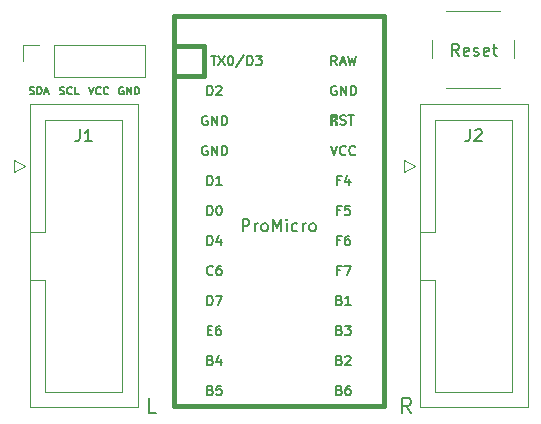
<source format=gbr>
%TF.GenerationSoftware,KiCad,Pcbnew,(5.1.12-1-10_14)*%
%TF.CreationDate,2021-11-30T09:14:07+08:00*%
%TF.ProjectId,Pragmatic,50726167-6d61-4746-9963-2e6b69636164,V0.3*%
%TF.SameCoordinates,Original*%
%TF.FileFunction,Legend,Top*%
%TF.FilePolarity,Positive*%
%FSLAX46Y46*%
G04 Gerber Fmt 4.6, Leading zero omitted, Abs format (unit mm)*
G04 Created by KiCad (PCBNEW (5.1.12-1-10_14)) date 2021-11-30 09:14:07*
%MOMM*%
%LPD*%
G01*
G04 APERTURE LIST*
%ADD10C,0.152400*%
%ADD11C,0.381000*%
%ADD12C,0.150000*%
%ADD13C,0.120000*%
%ADD14C,0.177800*%
%ADD15C,0.203200*%
G04 APERTURE END LIST*
D10*
X126516190Y-51752500D02*
X126455714Y-51722261D01*
X126365000Y-51722261D01*
X126274285Y-51752500D01*
X126213809Y-51812976D01*
X126183571Y-51873452D01*
X126153333Y-51994404D01*
X126153333Y-52085119D01*
X126183571Y-52206071D01*
X126213809Y-52266547D01*
X126274285Y-52327023D01*
X126365000Y-52357261D01*
X126425476Y-52357261D01*
X126516190Y-52327023D01*
X126546428Y-52296785D01*
X126546428Y-52085119D01*
X126425476Y-52085119D01*
X126818571Y-52357261D02*
X126818571Y-51722261D01*
X127181428Y-52357261D01*
X127181428Y-51722261D01*
X127483809Y-52357261D02*
X127483809Y-51722261D01*
X127635000Y-51722261D01*
X127725714Y-51752500D01*
X127786190Y-51812976D01*
X127816428Y-51873452D01*
X127846666Y-51994404D01*
X127846666Y-52085119D01*
X127816428Y-52206071D01*
X127786190Y-52266547D01*
X127725714Y-52327023D01*
X127635000Y-52357261D01*
X127483809Y-52357261D01*
X123613333Y-51722261D02*
X123825000Y-52357261D01*
X124036666Y-51722261D01*
X124611190Y-52296785D02*
X124580952Y-52327023D01*
X124490238Y-52357261D01*
X124429761Y-52357261D01*
X124339047Y-52327023D01*
X124278571Y-52266547D01*
X124248333Y-52206071D01*
X124218095Y-52085119D01*
X124218095Y-51994404D01*
X124248333Y-51873452D01*
X124278571Y-51812976D01*
X124339047Y-51752500D01*
X124429761Y-51722261D01*
X124490238Y-51722261D01*
X124580952Y-51752500D01*
X124611190Y-51782738D01*
X125246190Y-52296785D02*
X125215952Y-52327023D01*
X125125238Y-52357261D01*
X125064761Y-52357261D01*
X124974047Y-52327023D01*
X124913571Y-52266547D01*
X124883333Y-52206071D01*
X124853095Y-52085119D01*
X124853095Y-51994404D01*
X124883333Y-51873452D01*
X124913571Y-51812976D01*
X124974047Y-51752500D01*
X125064761Y-51722261D01*
X125125238Y-51722261D01*
X125215952Y-51752500D01*
X125246190Y-51782738D01*
X121164047Y-52327023D02*
X121254761Y-52357261D01*
X121405952Y-52357261D01*
X121466428Y-52327023D01*
X121496666Y-52296785D01*
X121526904Y-52236309D01*
X121526904Y-52175833D01*
X121496666Y-52115357D01*
X121466428Y-52085119D01*
X121405952Y-52054880D01*
X121285000Y-52024642D01*
X121224523Y-51994404D01*
X121194285Y-51964166D01*
X121164047Y-51903690D01*
X121164047Y-51843214D01*
X121194285Y-51782738D01*
X121224523Y-51752500D01*
X121285000Y-51722261D01*
X121436190Y-51722261D01*
X121526904Y-51752500D01*
X122161904Y-52296785D02*
X122131666Y-52327023D01*
X122040952Y-52357261D01*
X121980476Y-52357261D01*
X121889761Y-52327023D01*
X121829285Y-52266547D01*
X121799047Y-52206071D01*
X121768809Y-52085119D01*
X121768809Y-51994404D01*
X121799047Y-51873452D01*
X121829285Y-51812976D01*
X121889761Y-51752500D01*
X121980476Y-51722261D01*
X122040952Y-51722261D01*
X122131666Y-51752500D01*
X122161904Y-51782738D01*
X122736428Y-52357261D02*
X122434047Y-52357261D01*
X122434047Y-51722261D01*
X118608928Y-52327023D02*
X118699642Y-52357261D01*
X118850833Y-52357261D01*
X118911309Y-52327023D01*
X118941547Y-52296785D01*
X118971785Y-52236309D01*
X118971785Y-52175833D01*
X118941547Y-52115357D01*
X118911309Y-52085119D01*
X118850833Y-52054880D01*
X118729880Y-52024642D01*
X118669404Y-51994404D01*
X118639166Y-51964166D01*
X118608928Y-51903690D01*
X118608928Y-51843214D01*
X118639166Y-51782738D01*
X118669404Y-51752500D01*
X118729880Y-51722261D01*
X118881071Y-51722261D01*
X118971785Y-51752500D01*
X119243928Y-52357261D02*
X119243928Y-51722261D01*
X119395119Y-51722261D01*
X119485833Y-51752500D01*
X119546309Y-51812976D01*
X119576547Y-51873452D01*
X119606785Y-51994404D01*
X119606785Y-52085119D01*
X119576547Y-52206071D01*
X119546309Y-52266547D01*
X119485833Y-52327023D01*
X119395119Y-52357261D01*
X119243928Y-52357261D01*
X119848690Y-52175833D02*
X120151071Y-52175833D01*
X119788214Y-52357261D02*
X119999880Y-51722261D01*
X120211547Y-52357261D01*
D11*
%TO.C,U1*%
X133350000Y-48260000D02*
X130810000Y-48260000D01*
X130810000Y-45720000D02*
X130810000Y-48260000D01*
X148590000Y-45720000D02*
X130810000Y-45720000D01*
X148590000Y-48260000D02*
X148590000Y-45720000D01*
D12*
G36*
X144631568Y-54739360D02*
G01*
X144631568Y-54939360D01*
X144531568Y-54939360D01*
X144531568Y-54739360D01*
X144631568Y-54739360D01*
G37*
X144631568Y-54739360D02*
X144631568Y-54939360D01*
X144531568Y-54939360D01*
X144531568Y-54739360D01*
X144631568Y-54739360D01*
G36*
X144231568Y-54139360D02*
G01*
X144231568Y-54939360D01*
X144131568Y-54939360D01*
X144131568Y-54139360D01*
X144231568Y-54139360D01*
G37*
X144231568Y-54139360D02*
X144231568Y-54939360D01*
X144131568Y-54939360D01*
X144131568Y-54139360D01*
X144231568Y-54139360D01*
G36*
X144631568Y-54139360D02*
G01*
X144631568Y-54239360D01*
X144131568Y-54239360D01*
X144131568Y-54139360D01*
X144631568Y-54139360D01*
G37*
X144631568Y-54139360D02*
X144631568Y-54239360D01*
X144131568Y-54239360D01*
X144131568Y-54139360D01*
X144631568Y-54139360D01*
G36*
X144431568Y-54539360D02*
G01*
X144431568Y-54639360D01*
X144331568Y-54639360D01*
X144331568Y-54539360D01*
X144431568Y-54539360D01*
G37*
X144431568Y-54539360D02*
X144431568Y-54639360D01*
X144331568Y-54639360D01*
X144331568Y-54539360D01*
X144431568Y-54539360D01*
G36*
X144631568Y-54139360D02*
G01*
X144631568Y-54439360D01*
X144531568Y-54439360D01*
X144531568Y-54139360D01*
X144631568Y-54139360D01*
G37*
X144631568Y-54139360D02*
X144631568Y-54439360D01*
X144531568Y-54439360D01*
X144531568Y-54139360D01*
X144631568Y-54139360D01*
D11*
X133350000Y-50800000D02*
X130810000Y-50800000D01*
X133350000Y-48260000D02*
X133350000Y-50800000D01*
X148590000Y-78740000D02*
X148590000Y-48260000D01*
X130810000Y-78740000D02*
X148590000Y-78740000D01*
X130810000Y-48260000D02*
X130810000Y-78740000D01*
D13*
%TO.C,J3*%
X118050000Y-49530000D02*
X118050000Y-48200000D01*
X118050000Y-48200000D02*
X119380000Y-48200000D01*
X120650000Y-48200000D02*
X128330000Y-48200000D01*
X128330000Y-50860000D02*
X128330000Y-48200000D01*
X120650000Y-50860000D02*
X128330000Y-50860000D01*
X120650000Y-50860000D02*
X120650000Y-48200000D01*
%TO.C,SW1*%
X152635000Y-47800000D02*
X152635000Y-49300000D01*
X153885000Y-51800000D02*
X158385000Y-51800000D01*
X159635000Y-49300000D02*
X159635000Y-47800000D01*
X158385000Y-45300000D02*
X153885000Y-45300000D01*
%TO.C,J2*%
X151650000Y-53210000D02*
X160770000Y-53210000D01*
X160770000Y-53210000D02*
X160770000Y-78870000D01*
X160770000Y-78870000D02*
X151650000Y-78870000D01*
X151650000Y-78870000D02*
X151650000Y-53210000D01*
X151650000Y-63990000D02*
X152960000Y-63990000D01*
X152960000Y-63990000D02*
X152960000Y-54510000D01*
X152960000Y-54510000D02*
X159460000Y-54510000D01*
X159460000Y-54510000D02*
X159460000Y-77570000D01*
X159460000Y-77570000D02*
X152960000Y-77570000D01*
X152960000Y-77570000D02*
X152960000Y-68090000D01*
X152960000Y-68090000D02*
X152960000Y-68090000D01*
X152960000Y-68090000D02*
X151650000Y-68090000D01*
X151260000Y-58420000D02*
X150260000Y-57920000D01*
X150260000Y-57920000D02*
X150260000Y-58920000D01*
X150260000Y-58920000D02*
X151260000Y-58420000D01*
%TO.C,J1*%
X118630000Y-53210000D02*
X127750000Y-53210000D01*
X127750000Y-53210000D02*
X127750000Y-78870000D01*
X127750000Y-78870000D02*
X118630000Y-78870000D01*
X118630000Y-78870000D02*
X118630000Y-53210000D01*
X118630000Y-63990000D02*
X119940000Y-63990000D01*
X119940000Y-63990000D02*
X119940000Y-54510000D01*
X119940000Y-54510000D02*
X126440000Y-54510000D01*
X126440000Y-54510000D02*
X126440000Y-77570000D01*
X126440000Y-77570000D02*
X119940000Y-77570000D01*
X119940000Y-77570000D02*
X119940000Y-68090000D01*
X119940000Y-68090000D02*
X119940000Y-68090000D01*
X119940000Y-68090000D02*
X118630000Y-68090000D01*
X118240000Y-58420000D02*
X117240000Y-57920000D01*
X117240000Y-57920000D02*
X117240000Y-58920000D01*
X117240000Y-58920000D02*
X118240000Y-58420000D01*
%TO.C,U1*%
D14*
X136627809Y-63959619D02*
X136627809Y-62943619D01*
X137014857Y-62943619D01*
X137111619Y-62992000D01*
X137160000Y-63040380D01*
X137208380Y-63137142D01*
X137208380Y-63282285D01*
X137160000Y-63379047D01*
X137111619Y-63427428D01*
X137014857Y-63475809D01*
X136627809Y-63475809D01*
X137643809Y-63959619D02*
X137643809Y-63282285D01*
X137643809Y-63475809D02*
X137692190Y-63379047D01*
X137740571Y-63330666D01*
X137837333Y-63282285D01*
X137934095Y-63282285D01*
X138417904Y-63959619D02*
X138321142Y-63911238D01*
X138272761Y-63862857D01*
X138224380Y-63766095D01*
X138224380Y-63475809D01*
X138272761Y-63379047D01*
X138321142Y-63330666D01*
X138417904Y-63282285D01*
X138563047Y-63282285D01*
X138659809Y-63330666D01*
X138708190Y-63379047D01*
X138756571Y-63475809D01*
X138756571Y-63766095D01*
X138708190Y-63862857D01*
X138659809Y-63911238D01*
X138563047Y-63959619D01*
X138417904Y-63959619D01*
X139192000Y-63959619D02*
X139192000Y-62943619D01*
X139530666Y-63669333D01*
X139869333Y-62943619D01*
X139869333Y-63959619D01*
X140353142Y-63959619D02*
X140353142Y-63282285D01*
X140353142Y-62943619D02*
X140304761Y-62992000D01*
X140353142Y-63040380D01*
X140401523Y-62992000D01*
X140353142Y-62943619D01*
X140353142Y-63040380D01*
X141272380Y-63911238D02*
X141175619Y-63959619D01*
X140982095Y-63959619D01*
X140885333Y-63911238D01*
X140836952Y-63862857D01*
X140788571Y-63766095D01*
X140788571Y-63475809D01*
X140836952Y-63379047D01*
X140885333Y-63330666D01*
X140982095Y-63282285D01*
X141175619Y-63282285D01*
X141272380Y-63330666D01*
X141707809Y-63959619D02*
X141707809Y-63282285D01*
X141707809Y-63475809D02*
X141756190Y-63379047D01*
X141804571Y-63330666D01*
X141901333Y-63282285D01*
X141998095Y-63282285D01*
X142481904Y-63959619D02*
X142385142Y-63911238D01*
X142336761Y-63862857D01*
X142288380Y-63766095D01*
X142288380Y-63475809D01*
X142336761Y-63379047D01*
X142385142Y-63330666D01*
X142481904Y-63282285D01*
X142627047Y-63282285D01*
X142723809Y-63330666D01*
X142772190Y-63379047D01*
X142820571Y-63475809D01*
X142820571Y-63766095D01*
X142772190Y-63862857D01*
X142723809Y-63911238D01*
X142627047Y-63959619D01*
X142481904Y-63959619D01*
D12*
X133937651Y-49091904D02*
X134394794Y-49091904D01*
X134166223Y-49891904D02*
X134166223Y-49091904D01*
X134585270Y-49091904D02*
X135118604Y-49891904D01*
X135118604Y-49091904D02*
X134585270Y-49891904D01*
X135575747Y-49091904D02*
X135651937Y-49091904D01*
X135728128Y-49130000D01*
X135766223Y-49168095D01*
X135804318Y-49244285D01*
X135842413Y-49396666D01*
X135842413Y-49587142D01*
X135804318Y-49739523D01*
X135766223Y-49815714D01*
X135728128Y-49853809D01*
X135651937Y-49891904D01*
X135575747Y-49891904D01*
X135499556Y-49853809D01*
X135461461Y-49815714D01*
X135423366Y-49739523D01*
X135385270Y-49587142D01*
X135385270Y-49396666D01*
X135423366Y-49244285D01*
X135461461Y-49168095D01*
X135499556Y-49130000D01*
X135575747Y-49091904D01*
X136756699Y-49053809D02*
X136070985Y-50082380D01*
X137023366Y-49891904D02*
X137023366Y-49091904D01*
X137213842Y-49091904D01*
X137328128Y-49130000D01*
X137404318Y-49206190D01*
X137442413Y-49282380D01*
X137480508Y-49434761D01*
X137480508Y-49549047D01*
X137442413Y-49701428D01*
X137404318Y-49777619D01*
X137328128Y-49853809D01*
X137213842Y-49891904D01*
X137023366Y-49891904D01*
X137747175Y-49091904D02*
X138242413Y-49091904D01*
X137975747Y-49396666D01*
X138090032Y-49396666D01*
X138166223Y-49434761D01*
X138204318Y-49472857D01*
X138242413Y-49549047D01*
X138242413Y-49739523D01*
X138204318Y-49815714D01*
X138166223Y-49853809D01*
X138090032Y-49891904D01*
X137861461Y-49891904D01*
X137785270Y-49853809D01*
X137747175Y-49815714D01*
X133648523Y-52431904D02*
X133648523Y-51631904D01*
X133839000Y-51631904D01*
X133953285Y-51670000D01*
X134029476Y-51746190D01*
X134067571Y-51822380D01*
X134105666Y-51974761D01*
X134105666Y-52089047D01*
X134067571Y-52241428D01*
X134029476Y-52317619D01*
X133953285Y-52393809D01*
X133839000Y-52431904D01*
X133648523Y-52431904D01*
X134410428Y-51708095D02*
X134448523Y-51670000D01*
X134524714Y-51631904D01*
X134715190Y-51631904D01*
X134791380Y-51670000D01*
X134829476Y-51708095D01*
X134867571Y-51784285D01*
X134867571Y-51860476D01*
X134829476Y-51974761D01*
X134372333Y-52431904D01*
X134867571Y-52431904D01*
X133648523Y-62591904D02*
X133648523Y-61791904D01*
X133839000Y-61791904D01*
X133953285Y-61830000D01*
X134029476Y-61906190D01*
X134067571Y-61982380D01*
X134105666Y-62134761D01*
X134105666Y-62249047D01*
X134067571Y-62401428D01*
X134029476Y-62477619D01*
X133953285Y-62553809D01*
X133839000Y-62591904D01*
X133648523Y-62591904D01*
X134600904Y-61791904D02*
X134677095Y-61791904D01*
X134753285Y-61830000D01*
X134791380Y-61868095D01*
X134829476Y-61944285D01*
X134867571Y-62096666D01*
X134867571Y-62287142D01*
X134829476Y-62439523D01*
X134791380Y-62515714D01*
X134753285Y-62553809D01*
X134677095Y-62591904D01*
X134600904Y-62591904D01*
X134524714Y-62553809D01*
X134486619Y-62515714D01*
X134448523Y-62439523D01*
X134410428Y-62287142D01*
X134410428Y-62096666D01*
X134448523Y-61944285D01*
X134486619Y-61868095D01*
X134524714Y-61830000D01*
X134600904Y-61791904D01*
X133648523Y-60051904D02*
X133648523Y-59251904D01*
X133839000Y-59251904D01*
X133953285Y-59290000D01*
X134029476Y-59366190D01*
X134067571Y-59442380D01*
X134105666Y-59594761D01*
X134105666Y-59709047D01*
X134067571Y-59861428D01*
X134029476Y-59937619D01*
X133953285Y-60013809D01*
X133839000Y-60051904D01*
X133648523Y-60051904D01*
X134867571Y-60051904D02*
X134410428Y-60051904D01*
X134639000Y-60051904D02*
X134639000Y-59251904D01*
X134562809Y-59366190D01*
X134486619Y-59442380D01*
X134410428Y-59480476D01*
X133629476Y-56750000D02*
X133553285Y-56711904D01*
X133439000Y-56711904D01*
X133324714Y-56750000D01*
X133248523Y-56826190D01*
X133210428Y-56902380D01*
X133172333Y-57054761D01*
X133172333Y-57169047D01*
X133210428Y-57321428D01*
X133248523Y-57397619D01*
X133324714Y-57473809D01*
X133439000Y-57511904D01*
X133515190Y-57511904D01*
X133629476Y-57473809D01*
X133667571Y-57435714D01*
X133667571Y-57169047D01*
X133515190Y-57169047D01*
X134010428Y-57511904D02*
X134010428Y-56711904D01*
X134467571Y-57511904D01*
X134467571Y-56711904D01*
X134848523Y-57511904D02*
X134848523Y-56711904D01*
X135039000Y-56711904D01*
X135153285Y-56750000D01*
X135229476Y-56826190D01*
X135267571Y-56902380D01*
X135305666Y-57054761D01*
X135305666Y-57169047D01*
X135267571Y-57321428D01*
X135229476Y-57397619D01*
X135153285Y-57473809D01*
X135039000Y-57511904D01*
X134848523Y-57511904D01*
X133629476Y-54210000D02*
X133553285Y-54171904D01*
X133439000Y-54171904D01*
X133324714Y-54210000D01*
X133248523Y-54286190D01*
X133210428Y-54362380D01*
X133172333Y-54514761D01*
X133172333Y-54629047D01*
X133210428Y-54781428D01*
X133248523Y-54857619D01*
X133324714Y-54933809D01*
X133439000Y-54971904D01*
X133515190Y-54971904D01*
X133629476Y-54933809D01*
X133667571Y-54895714D01*
X133667571Y-54629047D01*
X133515190Y-54629047D01*
X134010428Y-54971904D02*
X134010428Y-54171904D01*
X134467571Y-54971904D01*
X134467571Y-54171904D01*
X134848523Y-54971904D02*
X134848523Y-54171904D01*
X135039000Y-54171904D01*
X135153285Y-54210000D01*
X135229476Y-54286190D01*
X135267571Y-54362380D01*
X135305666Y-54514761D01*
X135305666Y-54629047D01*
X135267571Y-54781428D01*
X135229476Y-54857619D01*
X135153285Y-54933809D01*
X135039000Y-54971904D01*
X134848523Y-54971904D01*
X133648523Y-65131904D02*
X133648523Y-64331904D01*
X133839000Y-64331904D01*
X133953285Y-64370000D01*
X134029476Y-64446190D01*
X134067571Y-64522380D01*
X134105666Y-64674761D01*
X134105666Y-64789047D01*
X134067571Y-64941428D01*
X134029476Y-65017619D01*
X133953285Y-65093809D01*
X133839000Y-65131904D01*
X133648523Y-65131904D01*
X134791380Y-64598571D02*
X134791380Y-65131904D01*
X134600904Y-64293809D02*
X134410428Y-64865238D01*
X134905666Y-64865238D01*
X134105666Y-67595714D02*
X134067571Y-67633809D01*
X133953285Y-67671904D01*
X133877095Y-67671904D01*
X133762809Y-67633809D01*
X133686619Y-67557619D01*
X133648523Y-67481428D01*
X133610428Y-67329047D01*
X133610428Y-67214761D01*
X133648523Y-67062380D01*
X133686619Y-66986190D01*
X133762809Y-66910000D01*
X133877095Y-66871904D01*
X133953285Y-66871904D01*
X134067571Y-66910000D01*
X134105666Y-66948095D01*
X134791380Y-66871904D02*
X134639000Y-66871904D01*
X134562809Y-66910000D01*
X134524714Y-66948095D01*
X134448523Y-67062380D01*
X134410428Y-67214761D01*
X134410428Y-67519523D01*
X134448523Y-67595714D01*
X134486619Y-67633809D01*
X134562809Y-67671904D01*
X134715190Y-67671904D01*
X134791380Y-67633809D01*
X134829476Y-67595714D01*
X134867571Y-67519523D01*
X134867571Y-67329047D01*
X134829476Y-67252857D01*
X134791380Y-67214761D01*
X134715190Y-67176666D01*
X134562809Y-67176666D01*
X134486619Y-67214761D01*
X134448523Y-67252857D01*
X134410428Y-67329047D01*
X133648523Y-70211904D02*
X133648523Y-69411904D01*
X133839000Y-69411904D01*
X133953285Y-69450000D01*
X134029476Y-69526190D01*
X134067571Y-69602380D01*
X134105666Y-69754761D01*
X134105666Y-69869047D01*
X134067571Y-70021428D01*
X134029476Y-70097619D01*
X133953285Y-70173809D01*
X133839000Y-70211904D01*
X133648523Y-70211904D01*
X134372333Y-69411904D02*
X134905666Y-69411904D01*
X134562809Y-70211904D01*
X133686619Y-72332857D02*
X133953285Y-72332857D01*
X134067571Y-72751904D02*
X133686619Y-72751904D01*
X133686619Y-71951904D01*
X134067571Y-71951904D01*
X134753285Y-71951904D02*
X134600904Y-71951904D01*
X134524714Y-71990000D01*
X134486619Y-72028095D01*
X134410428Y-72142380D01*
X134372333Y-72294761D01*
X134372333Y-72599523D01*
X134410428Y-72675714D01*
X134448523Y-72713809D01*
X134524714Y-72751904D01*
X134677095Y-72751904D01*
X134753285Y-72713809D01*
X134791380Y-72675714D01*
X134829476Y-72599523D01*
X134829476Y-72409047D01*
X134791380Y-72332857D01*
X134753285Y-72294761D01*
X134677095Y-72256666D01*
X134524714Y-72256666D01*
X134448523Y-72294761D01*
X134410428Y-72332857D01*
X134372333Y-72409047D01*
X133915190Y-74872857D02*
X134029476Y-74910952D01*
X134067571Y-74949047D01*
X134105666Y-75025238D01*
X134105666Y-75139523D01*
X134067571Y-75215714D01*
X134029476Y-75253809D01*
X133953285Y-75291904D01*
X133648523Y-75291904D01*
X133648523Y-74491904D01*
X133915190Y-74491904D01*
X133991380Y-74530000D01*
X134029476Y-74568095D01*
X134067571Y-74644285D01*
X134067571Y-74720476D01*
X134029476Y-74796666D01*
X133991380Y-74834761D01*
X133915190Y-74872857D01*
X133648523Y-74872857D01*
X134791380Y-74758571D02*
X134791380Y-75291904D01*
X134600904Y-74453809D02*
X134410428Y-75025238D01*
X134905666Y-75025238D01*
X133915190Y-77412857D02*
X134029476Y-77450952D01*
X134067571Y-77489047D01*
X134105666Y-77565238D01*
X134105666Y-77679523D01*
X134067571Y-77755714D01*
X134029476Y-77793809D01*
X133953285Y-77831904D01*
X133648523Y-77831904D01*
X133648523Y-77031904D01*
X133915190Y-77031904D01*
X133991380Y-77070000D01*
X134029476Y-77108095D01*
X134067571Y-77184285D01*
X134067571Y-77260476D01*
X134029476Y-77336666D01*
X133991380Y-77374761D01*
X133915190Y-77412857D01*
X133648523Y-77412857D01*
X134829476Y-77031904D02*
X134448523Y-77031904D01*
X134410428Y-77412857D01*
X134448523Y-77374761D01*
X134524714Y-77336666D01*
X134715190Y-77336666D01*
X134791380Y-77374761D01*
X134829476Y-77412857D01*
X134867571Y-77489047D01*
X134867571Y-77679523D01*
X134829476Y-77755714D01*
X134791380Y-77793809D01*
X134715190Y-77831904D01*
X134524714Y-77831904D01*
X134448523Y-77793809D01*
X134410428Y-77755714D01*
X144837190Y-77412857D02*
X144951476Y-77450952D01*
X144989571Y-77489047D01*
X145027666Y-77565238D01*
X145027666Y-77679523D01*
X144989571Y-77755714D01*
X144951476Y-77793809D01*
X144875285Y-77831904D01*
X144570523Y-77831904D01*
X144570523Y-77031904D01*
X144837190Y-77031904D01*
X144913380Y-77070000D01*
X144951476Y-77108095D01*
X144989571Y-77184285D01*
X144989571Y-77260476D01*
X144951476Y-77336666D01*
X144913380Y-77374761D01*
X144837190Y-77412857D01*
X144570523Y-77412857D01*
X145713380Y-77031904D02*
X145561000Y-77031904D01*
X145484809Y-77070000D01*
X145446714Y-77108095D01*
X145370523Y-77222380D01*
X145332428Y-77374761D01*
X145332428Y-77679523D01*
X145370523Y-77755714D01*
X145408619Y-77793809D01*
X145484809Y-77831904D01*
X145637190Y-77831904D01*
X145713380Y-77793809D01*
X145751476Y-77755714D01*
X145789571Y-77679523D01*
X145789571Y-77489047D01*
X145751476Y-77412857D01*
X145713380Y-77374761D01*
X145637190Y-77336666D01*
X145484809Y-77336666D01*
X145408619Y-77374761D01*
X145370523Y-77412857D01*
X145332428Y-77489047D01*
X144837190Y-72332857D02*
X144951476Y-72370952D01*
X144989571Y-72409047D01*
X145027666Y-72485238D01*
X145027666Y-72599523D01*
X144989571Y-72675714D01*
X144951476Y-72713809D01*
X144875285Y-72751904D01*
X144570523Y-72751904D01*
X144570523Y-71951904D01*
X144837190Y-71951904D01*
X144913380Y-71990000D01*
X144951476Y-72028095D01*
X144989571Y-72104285D01*
X144989571Y-72180476D01*
X144951476Y-72256666D01*
X144913380Y-72294761D01*
X144837190Y-72332857D01*
X144570523Y-72332857D01*
X145294333Y-71951904D02*
X145789571Y-71951904D01*
X145522904Y-72256666D01*
X145637190Y-72256666D01*
X145713380Y-72294761D01*
X145751476Y-72332857D01*
X145789571Y-72409047D01*
X145789571Y-72599523D01*
X145751476Y-72675714D01*
X145713380Y-72713809D01*
X145637190Y-72751904D01*
X145408619Y-72751904D01*
X145332428Y-72713809D01*
X145294333Y-72675714D01*
X144837190Y-69792857D02*
X144951476Y-69830952D01*
X144989571Y-69869047D01*
X145027666Y-69945238D01*
X145027666Y-70059523D01*
X144989571Y-70135714D01*
X144951476Y-70173809D01*
X144875285Y-70211904D01*
X144570523Y-70211904D01*
X144570523Y-69411904D01*
X144837190Y-69411904D01*
X144913380Y-69450000D01*
X144951476Y-69488095D01*
X144989571Y-69564285D01*
X144989571Y-69640476D01*
X144951476Y-69716666D01*
X144913380Y-69754761D01*
X144837190Y-69792857D01*
X144570523Y-69792857D01*
X145789571Y-70211904D02*
X145332428Y-70211904D01*
X145561000Y-70211904D02*
X145561000Y-69411904D01*
X145484809Y-69526190D01*
X145408619Y-69602380D01*
X145332428Y-69640476D01*
X144894333Y-59632857D02*
X144627666Y-59632857D01*
X144627666Y-60051904D02*
X144627666Y-59251904D01*
X145008619Y-59251904D01*
X145656238Y-59518571D02*
X145656238Y-60051904D01*
X145465761Y-59213809D02*
X145275285Y-59785238D01*
X145770523Y-59785238D01*
X144094333Y-56711904D02*
X144361000Y-57511904D01*
X144627666Y-56711904D01*
X145351476Y-57435714D02*
X145313380Y-57473809D01*
X145199095Y-57511904D01*
X145122904Y-57511904D01*
X145008619Y-57473809D01*
X144932428Y-57397619D01*
X144894333Y-57321428D01*
X144856238Y-57169047D01*
X144856238Y-57054761D01*
X144894333Y-56902380D01*
X144932428Y-56826190D01*
X145008619Y-56750000D01*
X145122904Y-56711904D01*
X145199095Y-56711904D01*
X145313380Y-56750000D01*
X145351476Y-56788095D01*
X146151476Y-57435714D02*
X146113380Y-57473809D01*
X145999095Y-57511904D01*
X145922904Y-57511904D01*
X145808619Y-57473809D01*
X145732428Y-57397619D01*
X145694333Y-57321428D01*
X145656238Y-57169047D01*
X145656238Y-57054761D01*
X145694333Y-56902380D01*
X145732428Y-56826190D01*
X145808619Y-56750000D01*
X145922904Y-56711904D01*
X145999095Y-56711904D01*
X146113380Y-56750000D01*
X146151476Y-56788095D01*
X144899786Y-54903809D02*
X145014072Y-54941904D01*
X145204548Y-54941904D01*
X145280739Y-54903809D01*
X145318834Y-54865714D01*
X145356929Y-54789523D01*
X145356929Y-54713333D01*
X145318834Y-54637142D01*
X145280739Y-54599047D01*
X145204548Y-54560952D01*
X145052167Y-54522857D01*
X144975977Y-54484761D01*
X144937881Y-54446666D01*
X144899786Y-54370476D01*
X144899786Y-54294285D01*
X144937881Y-54218095D01*
X144975977Y-54180000D01*
X145052167Y-54141904D01*
X145242643Y-54141904D01*
X145356929Y-54180000D01*
X145585500Y-54141904D02*
X146042643Y-54141904D01*
X145814072Y-54941904D02*
X145814072Y-54141904D01*
X144551476Y-51670000D02*
X144475285Y-51631904D01*
X144361000Y-51631904D01*
X144246714Y-51670000D01*
X144170523Y-51746190D01*
X144132428Y-51822380D01*
X144094333Y-51974761D01*
X144094333Y-52089047D01*
X144132428Y-52241428D01*
X144170523Y-52317619D01*
X144246714Y-52393809D01*
X144361000Y-52431904D01*
X144437190Y-52431904D01*
X144551476Y-52393809D01*
X144589571Y-52355714D01*
X144589571Y-52089047D01*
X144437190Y-52089047D01*
X144932428Y-52431904D02*
X144932428Y-51631904D01*
X145389571Y-52431904D01*
X145389571Y-51631904D01*
X145770523Y-52431904D02*
X145770523Y-51631904D01*
X145961000Y-51631904D01*
X146075285Y-51670000D01*
X146151476Y-51746190D01*
X146189571Y-51822380D01*
X146227666Y-51974761D01*
X146227666Y-52089047D01*
X146189571Y-52241428D01*
X146151476Y-52317619D01*
X146075285Y-52393809D01*
X145961000Y-52431904D01*
X145770523Y-52431904D01*
X144608619Y-49891904D02*
X144341952Y-49510952D01*
X144151476Y-49891904D02*
X144151476Y-49091904D01*
X144456238Y-49091904D01*
X144532428Y-49130000D01*
X144570523Y-49168095D01*
X144608619Y-49244285D01*
X144608619Y-49358571D01*
X144570523Y-49434761D01*
X144532428Y-49472857D01*
X144456238Y-49510952D01*
X144151476Y-49510952D01*
X144913380Y-49663333D02*
X145294333Y-49663333D01*
X144837190Y-49891904D02*
X145103857Y-49091904D01*
X145370523Y-49891904D01*
X145561000Y-49091904D02*
X145751476Y-49891904D01*
X145903857Y-49320476D01*
X146056238Y-49891904D01*
X146246714Y-49091904D01*
X144894333Y-62172857D02*
X144627666Y-62172857D01*
X144627666Y-62591904D02*
X144627666Y-61791904D01*
X145008619Y-61791904D01*
X145694333Y-61791904D02*
X145313380Y-61791904D01*
X145275285Y-62172857D01*
X145313380Y-62134761D01*
X145389571Y-62096666D01*
X145580047Y-62096666D01*
X145656238Y-62134761D01*
X145694333Y-62172857D01*
X145732428Y-62249047D01*
X145732428Y-62439523D01*
X145694333Y-62515714D01*
X145656238Y-62553809D01*
X145580047Y-62591904D01*
X145389571Y-62591904D01*
X145313380Y-62553809D01*
X145275285Y-62515714D01*
X144894333Y-64712857D02*
X144627666Y-64712857D01*
X144627666Y-65131904D02*
X144627666Y-64331904D01*
X145008619Y-64331904D01*
X145656238Y-64331904D02*
X145503857Y-64331904D01*
X145427666Y-64370000D01*
X145389571Y-64408095D01*
X145313380Y-64522380D01*
X145275285Y-64674761D01*
X145275285Y-64979523D01*
X145313380Y-65055714D01*
X145351476Y-65093809D01*
X145427666Y-65131904D01*
X145580047Y-65131904D01*
X145656238Y-65093809D01*
X145694333Y-65055714D01*
X145732428Y-64979523D01*
X145732428Y-64789047D01*
X145694333Y-64712857D01*
X145656238Y-64674761D01*
X145580047Y-64636666D01*
X145427666Y-64636666D01*
X145351476Y-64674761D01*
X145313380Y-64712857D01*
X145275285Y-64789047D01*
X144894333Y-67252857D02*
X144627666Y-67252857D01*
X144627666Y-67671904D02*
X144627666Y-66871904D01*
X145008619Y-66871904D01*
X145237190Y-66871904D02*
X145770523Y-66871904D01*
X145427666Y-67671904D01*
X144837190Y-74872857D02*
X144951476Y-74910952D01*
X144989571Y-74949047D01*
X145027666Y-75025238D01*
X145027666Y-75139523D01*
X144989571Y-75215714D01*
X144951476Y-75253809D01*
X144875285Y-75291904D01*
X144570523Y-75291904D01*
X144570523Y-74491904D01*
X144837190Y-74491904D01*
X144913380Y-74530000D01*
X144951476Y-74568095D01*
X144989571Y-74644285D01*
X144989571Y-74720476D01*
X144951476Y-74796666D01*
X144913380Y-74834761D01*
X144837190Y-74872857D01*
X144570523Y-74872857D01*
X145332428Y-74568095D02*
X145370523Y-74530000D01*
X145446714Y-74491904D01*
X145637190Y-74491904D01*
X145713380Y-74530000D01*
X145751476Y-74568095D01*
X145789571Y-74644285D01*
X145789571Y-74720476D01*
X145751476Y-74834761D01*
X145294333Y-75291904D01*
X145789571Y-75291904D01*
%TO.C,SW1*%
D14*
X154952095Y-49100619D02*
X154613428Y-48616809D01*
X154371523Y-49100619D02*
X154371523Y-48084619D01*
X154758571Y-48084619D01*
X154855333Y-48133000D01*
X154903714Y-48181380D01*
X154952095Y-48278142D01*
X154952095Y-48423285D01*
X154903714Y-48520047D01*
X154855333Y-48568428D01*
X154758571Y-48616809D01*
X154371523Y-48616809D01*
X155774571Y-49052238D02*
X155677809Y-49100619D01*
X155484285Y-49100619D01*
X155387523Y-49052238D01*
X155339142Y-48955476D01*
X155339142Y-48568428D01*
X155387523Y-48471666D01*
X155484285Y-48423285D01*
X155677809Y-48423285D01*
X155774571Y-48471666D01*
X155822952Y-48568428D01*
X155822952Y-48665190D01*
X155339142Y-48761952D01*
X156210000Y-49052238D02*
X156306761Y-49100619D01*
X156500285Y-49100619D01*
X156597047Y-49052238D01*
X156645428Y-48955476D01*
X156645428Y-48907095D01*
X156597047Y-48810333D01*
X156500285Y-48761952D01*
X156355142Y-48761952D01*
X156258380Y-48713571D01*
X156210000Y-48616809D01*
X156210000Y-48568428D01*
X156258380Y-48471666D01*
X156355142Y-48423285D01*
X156500285Y-48423285D01*
X156597047Y-48471666D01*
X157467904Y-49052238D02*
X157371142Y-49100619D01*
X157177619Y-49100619D01*
X157080857Y-49052238D01*
X157032476Y-48955476D01*
X157032476Y-48568428D01*
X157080857Y-48471666D01*
X157177619Y-48423285D01*
X157371142Y-48423285D01*
X157467904Y-48471666D01*
X157516285Y-48568428D01*
X157516285Y-48665190D01*
X157032476Y-48761952D01*
X157806571Y-48423285D02*
X158193619Y-48423285D01*
X157951714Y-48084619D02*
X157951714Y-48955476D01*
X158000095Y-49052238D01*
X158096857Y-49100619D01*
X158193619Y-49100619D01*
%TO.C,J2*%
X155871333Y-55323619D02*
X155871333Y-56049333D01*
X155822952Y-56194476D01*
X155726190Y-56291238D01*
X155581047Y-56339619D01*
X155484285Y-56339619D01*
X156306761Y-55420380D02*
X156355142Y-55372000D01*
X156451904Y-55323619D01*
X156693809Y-55323619D01*
X156790571Y-55372000D01*
X156838952Y-55420380D01*
X156887333Y-55517142D01*
X156887333Y-55613904D01*
X156838952Y-55759047D01*
X156258380Y-56339619D01*
X156887333Y-56339619D01*
D15*
X150888095Y-79314523D02*
X150464761Y-78709761D01*
X150162380Y-79314523D02*
X150162380Y-78044523D01*
X150646190Y-78044523D01*
X150767142Y-78105000D01*
X150827619Y-78165476D01*
X150888095Y-78286428D01*
X150888095Y-78467857D01*
X150827619Y-78588809D01*
X150767142Y-78649285D01*
X150646190Y-78709761D01*
X150162380Y-78709761D01*
%TO.C,J1*%
D14*
X122851333Y-55323619D02*
X122851333Y-56049333D01*
X122802952Y-56194476D01*
X122706190Y-56291238D01*
X122561047Y-56339619D01*
X122464285Y-56339619D01*
X123867333Y-56339619D02*
X123286761Y-56339619D01*
X123577047Y-56339619D02*
X123577047Y-55323619D01*
X123480285Y-55468761D01*
X123383523Y-55565523D01*
X123286761Y-55613904D01*
D15*
X129298095Y-79314523D02*
X128693333Y-79314523D01*
X128693333Y-78044523D01*
%TD*%
M02*

</source>
